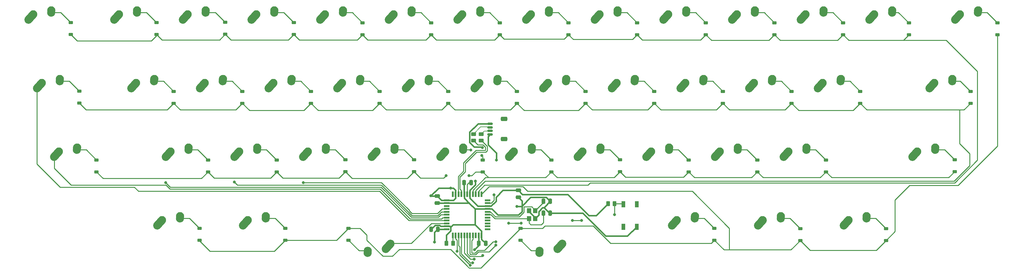
<source format=gbr>
%TF.GenerationSoftware,KiCad,Pcbnew,7.0.2*%
%TF.CreationDate,2023-06-06T03:33:47+01:00*%
%TF.ProjectId,45_keyboard,34355f6b-6579-4626-9f61-72642e6b6963,rev?*%
%TF.SameCoordinates,Original*%
%TF.FileFunction,Copper,L2,Bot*%
%TF.FilePolarity,Positive*%
%FSLAX46Y46*%
G04 Gerber Fmt 4.6, Leading zero omitted, Abs format (unit mm)*
G04 Created by KiCad (PCBNEW 7.0.2) date 2023-06-06 03:33:47*
%MOMM*%
%LPD*%
G01*
G04 APERTURE LIST*
G04 Aperture macros list*
%AMRoundRect*
0 Rectangle with rounded corners*
0 $1 Rounding radius*
0 $2 $3 $4 $5 $6 $7 $8 $9 X,Y pos of 4 corners*
0 Add a 4 corners polygon primitive as box body*
4,1,4,$2,$3,$4,$5,$6,$7,$8,$9,$2,$3,0*
0 Add four circle primitives for the rounded corners*
1,1,$1+$1,$2,$3*
1,1,$1+$1,$4,$5*
1,1,$1+$1,$6,$7*
1,1,$1+$1,$8,$9*
0 Add four rect primitives between the rounded corners*
20,1,$1+$1,$2,$3,$4,$5,0*
20,1,$1+$1,$4,$5,$6,$7,0*
20,1,$1+$1,$6,$7,$8,$9,0*
20,1,$1+$1,$8,$9,$2,$3,0*%
%AMHorizOval*
0 Thick line with rounded ends*
0 $1 width*
0 $2 $3 position (X,Y) of the first rounded end (center of the circle)*
0 $4 $5 position (X,Y) of the second rounded end (center of the circle)*
0 Add line between two ends*
20,1,$1,$2,$3,$4,$5,0*
0 Add two circle primitives to create the rounded ends*
1,1,$1,$2,$3*
1,1,$1,$4,$5*%
G04 Aperture macros list end*
%TA.AperFunction,ComponentPad*%
%ADD10HorizOval,2.250000X0.655001X0.730000X-0.655001X-0.730000X0*%
%TD*%
%TA.AperFunction,ComponentPad*%
%ADD11C,2.250000*%
%TD*%
%TA.AperFunction,ComponentPad*%
%ADD12HorizOval,2.250000X0.020000X0.290000X-0.020000X-0.290000X0*%
%TD*%
%TA.AperFunction,ComponentPad*%
%ADD13HorizOval,2.250000X-0.655001X-0.730000X0.655001X0.730000X0*%
%TD*%
%TA.AperFunction,ComponentPad*%
%ADD14HorizOval,2.250000X-0.020000X-0.290000X0.020000X0.290000X0*%
%TD*%
%TA.AperFunction,SMDPad,CuDef*%
%ADD15RoundRect,0.225000X0.375000X-0.225000X0.375000X0.225000X-0.375000X0.225000X-0.375000X-0.225000X0*%
%TD*%
%TA.AperFunction,SMDPad,CuDef*%
%ADD16RoundRect,0.250000X0.250000X0.475000X-0.250000X0.475000X-0.250000X-0.475000X0.250000X-0.475000X0*%
%TD*%
%TA.AperFunction,SMDPad,CuDef*%
%ADD17RoundRect,0.225000X-0.375000X0.225000X-0.375000X-0.225000X0.375000X-0.225000X0.375000X0.225000X0*%
%TD*%
%TA.AperFunction,SMDPad,CuDef*%
%ADD18RoundRect,0.250000X-0.475000X0.250000X-0.475000X-0.250000X0.475000X-0.250000X0.475000X0.250000X0*%
%TD*%
%TA.AperFunction,SMDPad,CuDef*%
%ADD19R,1.100000X1.800000*%
%TD*%
%TA.AperFunction,SMDPad,CuDef*%
%ADD20RoundRect,0.250000X-0.262500X-0.450000X0.262500X-0.450000X0.262500X0.450000X-0.262500X0.450000X0*%
%TD*%
%TA.AperFunction,SMDPad,CuDef*%
%ADD21RoundRect,0.250000X-0.450000X0.262500X-0.450000X-0.262500X0.450000X-0.262500X0.450000X0.262500X0*%
%TD*%
%TA.AperFunction,SMDPad,CuDef*%
%ADD22RoundRect,0.250000X-0.250000X-0.475000X0.250000X-0.475000X0.250000X0.475000X-0.250000X0.475000X0*%
%TD*%
%TA.AperFunction,SMDPad,CuDef*%
%ADD23RoundRect,0.250000X0.262500X0.450000X-0.262500X0.450000X-0.262500X-0.450000X0.262500X-0.450000X0*%
%TD*%
%TA.AperFunction,SMDPad,CuDef*%
%ADD24R,1.200000X1.400000*%
%TD*%
%TA.AperFunction,SMDPad,CuDef*%
%ADD25RoundRect,0.150000X-0.625000X0.150000X-0.625000X-0.150000X0.625000X-0.150000X0.625000X0.150000X0*%
%TD*%
%TA.AperFunction,SMDPad,CuDef*%
%ADD26RoundRect,0.250000X-0.650000X0.350000X-0.650000X-0.350000X0.650000X-0.350000X0.650000X0.350000X0*%
%TD*%
%TA.AperFunction,SMDPad,CuDef*%
%ADD27R,0.550000X1.500000*%
%TD*%
%TA.AperFunction,SMDPad,CuDef*%
%ADD28R,1.500000X0.550000*%
%TD*%
%TA.AperFunction,ViaPad*%
%ADD29C,0.800000*%
%TD*%
%TA.AperFunction,Conductor*%
%ADD30C,0.254000*%
%TD*%
%TA.AperFunction,Conductor*%
%ADD31C,0.381000*%
%TD*%
%TA.AperFunction,Conductor*%
%ADD32C,0.200000*%
%TD*%
G04 APERTURE END LIST*
D10*
%TO.P,MX14,1,COL*%
%TO.N,col12*%
X329393999Y-62332750D03*
D11*
X330048998Y-61602750D03*
D12*
%TO.P,MX14,2,ROW*%
%TO.N,Net-(D14-A)*%
X335068998Y-60812750D03*
D11*
X335088998Y-60522750D03*
%TD*%
D10*
%TO.P,MX12,1,COL*%
%TO.N,col11*%
X286531499Y-62332750D03*
D11*
X287186498Y-61602750D03*
D12*
%TO.P,MX12,2,ROW*%
%TO.N,Net-(D12-A)*%
X292206498Y-60812750D03*
D11*
X292226498Y-60522750D03*
%TD*%
D10*
%TO.P,MX4,1,COL*%
%TO.N,col3*%
X134131499Y-62332750D03*
D11*
X134786498Y-61602750D03*
D12*
%TO.P,MX4,2,ROW*%
%TO.N,Net-(D4-A)*%
X139806498Y-60812750D03*
D11*
X139826498Y-60522750D03*
%TD*%
D10*
%TO.P,MX44,1,COL*%
%TO.N,col9*%
X250812749Y-119482750D03*
D11*
X251467748Y-118752750D03*
D12*
%TO.P,MX44,2,ROW*%
%TO.N,Net-(D44-A)*%
X256487748Y-117962750D03*
D11*
X256507748Y-117672750D03*
%TD*%
D10*
%TO.P,MX5,1,COL*%
%TO.N,col4*%
X153181499Y-62332750D03*
D11*
X153836498Y-61602750D03*
D12*
%TO.P,MX5,2,ROW*%
%TO.N,Net-(D5-A)*%
X158856498Y-60812750D03*
D11*
X158876498Y-60522750D03*
%TD*%
D10*
%TO.P,MX17,1,COL*%
%TO.N,col2*%
X119843999Y-81382750D03*
D11*
X120498998Y-80652750D03*
D12*
%TO.P,MX17,2,ROW*%
%TO.N,Net-(D17-A)*%
X125518998Y-79862750D03*
D11*
X125538998Y-79572750D03*
%TD*%
D10*
%TO.P,MX10,1,COL*%
%TO.N,col9*%
X248431499Y-62332750D03*
D11*
X249086498Y-61602750D03*
D12*
%TO.P,MX10,2,ROW*%
%TO.N,Net-(D10-A)*%
X254106498Y-60812750D03*
D11*
X254126498Y-60522750D03*
%TD*%
D10*
%TO.P,MX7,1,COL*%
%TO.N,col6*%
X191281499Y-62332750D03*
D11*
X191936498Y-61602750D03*
D12*
%TO.P,MX7,2,ROW*%
%TO.N,Net-(D7-A)*%
X196956498Y-60812750D03*
D11*
X196976498Y-60522750D03*
%TD*%
D10*
%TO.P,MX34,1,COL*%
%TO.N,col7*%
X205568999Y-100432750D03*
D11*
X206223998Y-99702750D03*
D12*
%TO.P,MX34,2,ROW*%
%TO.N,Net-(D34-A)*%
X211243998Y-98912750D03*
D11*
X211263998Y-98622750D03*
%TD*%
D10*
%TO.P,MX45,1,COL*%
%TO.N,col10*%
X274625249Y-119482750D03*
D11*
X275280248Y-118752750D03*
D12*
%TO.P,MX45,2,ROW*%
%TO.N,Net-(D45-A)*%
X280300248Y-117962750D03*
D11*
X280320248Y-117672750D03*
%TD*%
D10*
%TO.P,MX28,1,COL*%
%TO.N,col1*%
X79362749Y-100432750D03*
D11*
X80017748Y-99702750D03*
D12*
%TO.P,MX28,2,ROW*%
%TO.N,Net-(D28-A)*%
X85037748Y-98912750D03*
D11*
X85057748Y-98622750D03*
%TD*%
D13*
%TO.P,MX43,1,COL*%
%TO.N,col8*%
X219022747Y-126022750D03*
D11*
X218367748Y-126752750D03*
D14*
%TO.P,MX43,2,ROW*%
%TO.N,Net-(D43-A)*%
X213347748Y-127542750D03*
D11*
X213327748Y-127832750D03*
%TD*%
D10*
%TO.P,MX16,1,COL*%
%TO.N,col1*%
X100793999Y-81382750D03*
D11*
X101448998Y-80652750D03*
D12*
%TO.P,MX16,2,ROW*%
%TO.N,Net-(D16-A)*%
X106468998Y-79862750D03*
D11*
X106488998Y-79572750D03*
%TD*%
D10*
%TO.P,MX2,1,COL*%
%TO.N,col1*%
X96031499Y-62332750D03*
D11*
X96686498Y-61602750D03*
D12*
%TO.P,MX2,2,ROW*%
%TO.N,Net-(D2-A)*%
X101706498Y-60812750D03*
D11*
X101726498Y-60522750D03*
%TD*%
D10*
%TO.P,MX23,1,COL*%
%TO.N,col8*%
X234143999Y-81382750D03*
D11*
X234798998Y-80652750D03*
D12*
%TO.P,MX23,2,ROW*%
%TO.N,Net-(D23-A)*%
X239818998Y-79862750D03*
D11*
X239838998Y-79572750D03*
%TD*%
D10*
%TO.P,MX38,1,COL*%
%TO.N,col11*%
X281768999Y-100432750D03*
D11*
X282423998Y-99702750D03*
D12*
%TO.P,MX38,2,ROW*%
%TO.N,Net-(D38-A)*%
X287443998Y-98912750D03*
D11*
X287463998Y-98622750D03*
%TD*%
D10*
%TO.P,MX22,1,COL*%
%TO.N,col7*%
X215093999Y-81382750D03*
D11*
X215748998Y-80652750D03*
D12*
%TO.P,MX22,2,ROW*%
%TO.N,Net-(D22-A)*%
X220768998Y-79862750D03*
D11*
X220788998Y-79572750D03*
%TD*%
D10*
%TO.P,MX31,1,COL*%
%TO.N,col4*%
X148418999Y-100432750D03*
D11*
X149073998Y-99702750D03*
D12*
%TO.P,MX31,2,ROW*%
%TO.N,Net-(D31-A)*%
X154093998Y-98912750D03*
D11*
X154113998Y-98622750D03*
%TD*%
D10*
%TO.P,MX35,1,COL*%
%TO.N,col8*%
X224618999Y-100432750D03*
D11*
X225273998Y-99702750D03*
D12*
%TO.P,MX35,2,ROW*%
%TO.N,Net-(D35-A)*%
X230293998Y-98912750D03*
D11*
X230313998Y-98622750D03*
%TD*%
D10*
%TO.P,MX15,1,COL*%
%TO.N,col0*%
X74600249Y-81382750D03*
D11*
X75255248Y-80652750D03*
D12*
%TO.P,MX15,2,ROW*%
%TO.N,Net-(D15-A)*%
X80275248Y-79862750D03*
D11*
X80295248Y-79572750D03*
%TD*%
D10*
%TO.P,MX20,1,COL*%
%TO.N,col5*%
X176993999Y-81382750D03*
D11*
X177648998Y-80652750D03*
D12*
%TO.P,MX20,2,ROW*%
%TO.N,Net-(D20-A)*%
X182668998Y-79862750D03*
D11*
X182688998Y-79572750D03*
%TD*%
D10*
%TO.P,MX46,1,COL*%
%TO.N,col11*%
X298437749Y-119482750D03*
D11*
X299092748Y-118752750D03*
D12*
%TO.P,MX46,2,ROW*%
%TO.N,Net-(D46-A)*%
X304112748Y-117962750D03*
D11*
X304132748Y-117672750D03*
%TD*%
D10*
%TO.P,MX21,1,COL*%
%TO.N,col6*%
X196043999Y-81382750D03*
D11*
X196698998Y-80652750D03*
D12*
%TO.P,MX21,2,ROW*%
%TO.N,Net-(D21-A)*%
X201718998Y-79862750D03*
D11*
X201738998Y-79572750D03*
%TD*%
D10*
%TO.P,MX6,1,COL*%
%TO.N,col5*%
X172231499Y-62332750D03*
D11*
X172886498Y-61602750D03*
D12*
%TO.P,MX6,2,ROW*%
%TO.N,Net-(D6-A)*%
X177906498Y-60812750D03*
D11*
X177926498Y-60522750D03*
%TD*%
D10*
%TO.P,MX18,1,COL*%
%TO.N,col3*%
X138893999Y-81382750D03*
D11*
X139548998Y-80652750D03*
D12*
%TO.P,MX18,2,ROW*%
%TO.N,Net-(D18-A)*%
X144568998Y-79862750D03*
D11*
X144588998Y-79572750D03*
%TD*%
D10*
%TO.P,MX29,1,COL*%
%TO.N,col2*%
X110318999Y-100432750D03*
D11*
X110973998Y-99702750D03*
D12*
%TO.P,MX29,2,ROW*%
%TO.N,Net-(D29-A)*%
X115993998Y-98912750D03*
D11*
X116013998Y-98622750D03*
%TD*%
D10*
%TO.P,MX32,1,COL*%
%TO.N,col5*%
X167468999Y-100432750D03*
D11*
X168123998Y-99702750D03*
D12*
%TO.P,MX32,2,ROW*%
%TO.N,Net-(D32-A)*%
X173143998Y-98912750D03*
D11*
X173163998Y-98622750D03*
%TD*%
D13*
%TO.P,MX42,1,COL*%
%TO.N,col5*%
X171397747Y-126022750D03*
D11*
X170742748Y-126752750D03*
D14*
%TO.P,MX42,2,ROW*%
%TO.N,Net-(D42-A)*%
X165722748Y-127542750D03*
D11*
X165702748Y-127832750D03*
%TD*%
D10*
%TO.P,MX27,1,COL*%
%TO.N,col12*%
X322250249Y-81382750D03*
D11*
X322905248Y-80652750D03*
D12*
%TO.P,MX27,2,ROW*%
%TO.N,Net-(D27-A)*%
X327925248Y-79862750D03*
D11*
X327945248Y-79572750D03*
%TD*%
D10*
%TO.P,MX25,1,COL*%
%TO.N,col10*%
X272243999Y-81382750D03*
D11*
X272898998Y-80652750D03*
D12*
%TO.P,MX25,2,ROW*%
%TO.N,Net-(D25-A)*%
X277918998Y-79862750D03*
D11*
X277938998Y-79572750D03*
%TD*%
D10*
%TO.P,MX41,1,COL*%
%TO.N,col3*%
X131750249Y-119482750D03*
D11*
X132405248Y-118752750D03*
D12*
%TO.P,MX41,2,ROW*%
%TO.N,Net-(D41-A)*%
X137425248Y-117962750D03*
D11*
X137445248Y-117672750D03*
%TD*%
D10*
%TO.P,MX19,1,COL*%
%TO.N,col4*%
X157943999Y-81382750D03*
D11*
X158598998Y-80652750D03*
D12*
%TO.P,MX19,2,ROW*%
%TO.N,Net-(D19-A)*%
X163618998Y-79862750D03*
D11*
X163638998Y-79572750D03*
%TD*%
D10*
%TO.P,MX40,1,COL*%
%TO.N,col2*%
X107937749Y-119482750D03*
D11*
X108592748Y-118752750D03*
D12*
%TO.P,MX40,2,ROW*%
%TO.N,Net-(D40-A)*%
X113612748Y-117962750D03*
D11*
X113632748Y-117672750D03*
%TD*%
D10*
%TO.P,MX9,1,COL*%
%TO.N,col8*%
X229381499Y-62332750D03*
D11*
X230036498Y-61602750D03*
D12*
%TO.P,MX9,2,ROW*%
%TO.N,Net-(D9-A)*%
X235056498Y-60812750D03*
D11*
X235076498Y-60522750D03*
%TD*%
D10*
%TO.P,MX24,1,COL*%
%TO.N,col9*%
X253193999Y-81382750D03*
D11*
X253848998Y-80652750D03*
D12*
%TO.P,MX24,2,ROW*%
%TO.N,Net-(D24-A)*%
X258868998Y-79862750D03*
D11*
X258888998Y-79572750D03*
%TD*%
D10*
%TO.P,MX33,1,COL*%
%TO.N,col6*%
X186518999Y-100432750D03*
D11*
X187173998Y-99702750D03*
D12*
%TO.P,MX33,2,ROW*%
%TO.N,Net-(D33-A)*%
X192193998Y-98912750D03*
D11*
X192213998Y-98622750D03*
%TD*%
D10*
%TO.P,MX13,1,COL*%
%TO.N,col12*%
X305581499Y-62332750D03*
D11*
X306236498Y-61602750D03*
D12*
%TO.P,MX13,2,ROW*%
%TO.N,Net-(D13-A)*%
X311256498Y-60812750D03*
D11*
X311276498Y-60522750D03*
%TD*%
D10*
%TO.P,MX30,1,COL*%
%TO.N,col3*%
X129368999Y-100432750D03*
D11*
X130023998Y-99702750D03*
D12*
%TO.P,MX30,2,ROW*%
%TO.N,Net-(D30-A)*%
X135043998Y-98912750D03*
D11*
X135063998Y-98622750D03*
%TD*%
D10*
%TO.P,MX1,1,COL*%
%TO.N,col0*%
X72218999Y-62332750D03*
D11*
X72873998Y-61602750D03*
D12*
%TO.P,MX1,2,ROW*%
%TO.N,Net-(D1-A)*%
X77893998Y-60812750D03*
D11*
X77913998Y-60522750D03*
%TD*%
D10*
%TO.P,MX3,1,COL*%
%TO.N,col2*%
X115081499Y-62332750D03*
D11*
X115736498Y-61602750D03*
D12*
%TO.P,MX3,2,ROW*%
%TO.N,Net-(D3-A)*%
X120756498Y-60812750D03*
D11*
X120776498Y-60522750D03*
%TD*%
D10*
%TO.P,MX37,1,COL*%
%TO.N,col10*%
X262718999Y-100432750D03*
D11*
X263373998Y-99702750D03*
D12*
%TO.P,MX37,2,ROW*%
%TO.N,Net-(D37-A)*%
X268393998Y-98912750D03*
D11*
X268413998Y-98622750D03*
%TD*%
D10*
%TO.P,MX26,1,COL*%
%TO.N,col11*%
X291293999Y-81382750D03*
D11*
X291948998Y-80652750D03*
D12*
%TO.P,MX26,2,ROW*%
%TO.N,Net-(D26-A)*%
X296968998Y-79862750D03*
D11*
X296988998Y-79572750D03*
%TD*%
D10*
%TO.P,MX8,1,COL*%
%TO.N,col7*%
X210331499Y-62332750D03*
D11*
X210986498Y-61602750D03*
D12*
%TO.P,MX8,2,ROW*%
%TO.N,Net-(D8-A)*%
X216006498Y-60812750D03*
D11*
X216026498Y-60522750D03*
%TD*%
D10*
%TO.P,MX11,1,COL*%
%TO.N,col10*%
X267481499Y-62332750D03*
D11*
X268136498Y-61602750D03*
D12*
%TO.P,MX11,2,ROW*%
%TO.N,Net-(D11-A)*%
X273156498Y-60812750D03*
D11*
X273176498Y-60522750D03*
%TD*%
D10*
%TO.P,MX39,1,COL*%
%TO.N,col12*%
X317487749Y-100432750D03*
D11*
X318142748Y-99702750D03*
D12*
%TO.P,MX39,2,ROW*%
%TO.N,Net-(D39-A)*%
X323162748Y-98912750D03*
D11*
X323182748Y-98622750D03*
%TD*%
D10*
%TO.P,MX36,1,COL*%
%TO.N,col9*%
X243668999Y-100432750D03*
D11*
X244323998Y-99702750D03*
D12*
%TO.P,MX36,2,ROW*%
%TO.N,Net-(D36-A)*%
X249343998Y-98912750D03*
D11*
X249363998Y-98622750D03*
%TD*%
D15*
%TO.P,D3,1,K*%
%TO.N,row0*%
X126173998Y-67127750D03*
%TO.P,D3,2,A*%
%TO.N,Net-(D3-A)*%
X126173998Y-63827750D03*
%TD*%
%TO.P,D5,1,K*%
%TO.N,row0*%
X164273998Y-67252750D03*
%TO.P,D5,2,A*%
%TO.N,Net-(D5-A)*%
X164273998Y-63952750D03*
%TD*%
%TO.P,D1,1,K*%
%TO.N,row0*%
X83311498Y-67190250D03*
%TO.P,D1,2,A*%
%TO.N,Net-(D1-A)*%
X83311498Y-63890250D03*
%TD*%
%TO.P,D30,1,K*%
%TO.N,row2*%
X140461498Y-105352750D03*
%TO.P,D30,2,A*%
%TO.N,Net-(D30-A)*%
X140461498Y-102052750D03*
%TD*%
%TO.P,D29,1,K*%
%TO.N,row2*%
X121411498Y-105352750D03*
%TO.P,D29,2,A*%
%TO.N,Net-(D29-A)*%
X121411498Y-102052750D03*
%TD*%
%TO.P,D28,1,K*%
%TO.N,row2*%
X90455248Y-105352750D03*
%TO.P,D28,2,A*%
%TO.N,Net-(D28-A)*%
X90455248Y-102052750D03*
%TD*%
%TO.P,D36,1,K*%
%TO.N,row2*%
X254761498Y-105352750D03*
%TO.P,D36,2,A*%
%TO.N,Net-(D36-A)*%
X254761498Y-102052750D03*
%TD*%
%TO.P,D14,1,K*%
%TO.N,row3*%
X340486498Y-67315250D03*
%TO.P,D14,2,A*%
%TO.N,Net-(D14-A)*%
X340486498Y-64015250D03*
%TD*%
%TO.P,D13,1,K*%
%TO.N,row0*%
X315880248Y-67315250D03*
%TO.P,D13,2,A*%
%TO.N,Net-(D13-A)*%
X315880248Y-64015250D03*
%TD*%
%TO.P,D25,1,K*%
%TO.N,row1*%
X283336498Y-86302750D03*
%TO.P,D25,2,A*%
%TO.N,Net-(D25-A)*%
X283336498Y-83002750D03*
%TD*%
%TO.P,D4,1,K*%
%TO.N,row0*%
X145223998Y-67190250D03*
%TO.P,D4,2,A*%
%TO.N,Net-(D4-A)*%
X145223998Y-63890250D03*
%TD*%
%TO.P,D18,1,K*%
%TO.N,row1*%
X149986498Y-86302750D03*
%TO.P,D18,2,A*%
%TO.N,Net-(D18-A)*%
X149986498Y-83002750D03*
%TD*%
D16*
%TO.P,C6,1*%
%TO.N,GND*%
X216342000Y-116840000D03*
%TO.P,C6,2*%
%TO.N,Net-(U1-XTAL1)*%
X214442000Y-116840000D03*
%TD*%
D15*
%TO.P,D38,1,K*%
%TO.N,row2*%
X292861498Y-105352750D03*
%TO.P,D38,2,A*%
%TO.N,Net-(D38-A)*%
X292861498Y-102052750D03*
%TD*%
%TO.P,D45,1,K*%
%TO.N,row3*%
X285717748Y-124402750D03*
%TO.P,D45,2,A*%
%TO.N,Net-(D45-A)*%
X285717748Y-121102750D03*
%TD*%
D17*
%TO.P,D43,1,K*%
%TO.N,row3*%
X208153000Y-121033000D03*
%TO.P,D43,2,A*%
%TO.N,Net-(D43-A)*%
X208153000Y-124333000D03*
%TD*%
D15*
%TO.P,D35,1,K*%
%TO.N,row2*%
X235711498Y-105290250D03*
%TO.P,D35,2,A*%
%TO.N,Net-(D35-A)*%
X235711498Y-101990250D03*
%TD*%
%TO.P,D46,1,K*%
%TO.N,row3*%
X309530248Y-124402750D03*
%TO.P,D46,2,A*%
%TO.N,Net-(D46-A)*%
X309530248Y-121102750D03*
%TD*%
%TO.P,D21,1,K*%
%TO.N,row1*%
X207136498Y-86302750D03*
%TO.P,D21,2,A*%
%TO.N,Net-(D21-A)*%
X207136498Y-83002750D03*
%TD*%
%TO.P,D15,1,K*%
%TO.N,row1*%
X85692748Y-86240250D03*
%TO.P,D15,2,A*%
%TO.N,Net-(D15-A)*%
X85692748Y-82940250D03*
%TD*%
D18*
%TO.P,C3,1*%
%TO.N,+5V*%
X185039000Y-112080000D03*
%TO.P,C3,2*%
%TO.N,GND*%
X185039000Y-113980000D03*
%TD*%
D15*
%TO.P,D41,1,K*%
%TO.N,row3*%
X142842748Y-124340250D03*
%TO.P,D41,2,A*%
%TO.N,Net-(D41-A)*%
X142842748Y-121040250D03*
%TD*%
%TO.P,D39,1,K*%
%TO.N,row2*%
X328580248Y-105290250D03*
%TO.P,D39,2,A*%
%TO.N,Net-(D39-A)*%
X328580248Y-101990250D03*
%TD*%
%TO.P,D2,1,K*%
%TO.N,row0*%
X107123998Y-67190250D03*
%TO.P,D2,2,A*%
%TO.N,Net-(D2-A)*%
X107123998Y-63890250D03*
%TD*%
%TO.P,D9,1,K*%
%TO.N,row0*%
X240473998Y-67252750D03*
%TO.P,D9,2,A*%
%TO.N,Net-(D9-A)*%
X240473998Y-63952750D03*
%TD*%
%TO.P,D19,1,K*%
%TO.N,row1*%
X169036498Y-86302750D03*
%TO.P,D19,2,A*%
%TO.N,Net-(D19-A)*%
X169036498Y-83002750D03*
%TD*%
%TO.P,D11,1,K*%
%TO.N,row0*%
X278573998Y-67252750D03*
%TO.P,D11,2,A*%
%TO.N,Net-(D11-A)*%
X278573998Y-63952750D03*
%TD*%
%TO.P,D12,1,K*%
%TO.N,row0*%
X297623998Y-67252750D03*
%TO.P,D12,2,A*%
%TO.N,Net-(D12-A)*%
X297623998Y-63952750D03*
%TD*%
%TO.P,D27,1,K*%
%TO.N,row1*%
X332994000Y-86296500D03*
%TO.P,D27,2,A*%
%TO.N,Net-(D27-A)*%
X332994000Y-82996500D03*
%TD*%
%TO.P,D16,1,K*%
%TO.N,row1*%
X111886498Y-86302750D03*
%TO.P,D16,2,A*%
%TO.N,Net-(D16-A)*%
X111886498Y-83002750D03*
%TD*%
%TO.P,D33,1,K*%
%TO.N,row2*%
X197611498Y-105352750D03*
%TO.P,D33,2,A*%
%TO.N,Net-(D33-A)*%
X197611498Y-102052750D03*
%TD*%
%TO.P,D22,1,K*%
%TO.N,row1*%
X226186498Y-86302750D03*
%TO.P,D22,2,A*%
%TO.N,Net-(D22-A)*%
X226186498Y-83002750D03*
%TD*%
%TO.P,D8,1,K*%
%TO.N,row0*%
X221423998Y-67252750D03*
%TO.P,D8,2,A*%
%TO.N,Net-(D8-A)*%
X221423998Y-63952750D03*
%TD*%
%TO.P,D37,1,K*%
%TO.N,row2*%
X273811498Y-105352750D03*
%TO.P,D37,2,A*%
%TO.N,Net-(D37-A)*%
X273811498Y-102052750D03*
%TD*%
%TO.P,D44,1,K*%
%TO.N,row3*%
X261905248Y-124340250D03*
%TO.P,D44,2,A*%
%TO.N,Net-(D44-A)*%
X261905248Y-121040250D03*
%TD*%
%TO.P,D24,1,K*%
%TO.N,row1*%
X264286498Y-86302750D03*
%TO.P,D24,2,A*%
%TO.N,Net-(D24-A)*%
X264286498Y-83002750D03*
%TD*%
D19*
%TO.P,SW1,1,1*%
%TO.N,GND*%
X240356000Y-120575000D03*
%TO.P,SW1,2,2*%
%TO.N,Net-(U1-~{RESET})*%
X236656000Y-114375000D03*
%TO.P,SW1,3*%
%TO.N,N/C*%
X236656000Y-120575000D03*
%TO.P,SW1,4*%
X240356000Y-114375000D03*
%TD*%
D16*
%TO.P,C7,1*%
%TO.N,GND*%
X216342000Y-113538000D03*
%TO.P,C7,2*%
%TO.N,Net-(U1-XTAL2)*%
X214442000Y-113538000D03*
%TD*%
D15*
%TO.P,D20,1,K*%
%TO.N,row1*%
X188086498Y-86302750D03*
%TO.P,D20,2,A*%
%TO.N,Net-(D20-A)*%
X188086498Y-83002750D03*
%TD*%
D16*
%TO.P,C1,1*%
%TO.N,Net-(U1-UCAP)*%
X194371000Y-108331000D03*
%TO.P,C1,2*%
%TO.N,GND*%
X192471000Y-108331000D03*
%TD*%
D20*
%TO.P,R4,1*%
%TO.N,+5V*%
X232386500Y-114173000D03*
%TO.P,R4,2*%
%TO.N,Net-(U1-~{RESET})*%
X234211500Y-114173000D03*
%TD*%
D21*
%TO.P,R3,1*%
%TO.N,D-*%
X195072000Y-94845500D03*
%TO.P,R3,2*%
%TO.N,Net-(U1-D-)*%
X195072000Y-96670500D03*
%TD*%
D15*
%TO.P,D23,1,K*%
%TO.N,row1*%
X245236498Y-86302750D03*
%TO.P,D23,2,A*%
%TO.N,Net-(D23-A)*%
X245236498Y-83002750D03*
%TD*%
D22*
%TO.P,C4,1*%
%TO.N,+5V*%
X196535000Y-125222000D03*
%TO.P,C4,2*%
%TO.N,GND*%
X198435000Y-125222000D03*
%TD*%
D15*
%TO.P,D7,1,K*%
%TO.N,row0*%
X202373998Y-67252750D03*
%TO.P,D7,2,A*%
%TO.N,Net-(D7-A)*%
X202373998Y-63952750D03*
%TD*%
D23*
%TO.P,R1,1*%
%TO.N,Net-(U1-~{HWB}{slash}PE2)*%
X189380500Y-125222000D03*
%TO.P,R1,2*%
%TO.N,GND*%
X187555500Y-125222000D03*
%TD*%
D18*
%TO.P,C2,1*%
%TO.N,+5V*%
X207518000Y-110495000D03*
%TO.P,C2,2*%
%TO.N,GND*%
X207518000Y-112395000D03*
%TD*%
D15*
%TO.P,D31,1,K*%
%TO.N,row2*%
X159511498Y-105290250D03*
%TO.P,D31,2,A*%
%TO.N,Net-(D31-A)*%
X159511498Y-101990250D03*
%TD*%
%TO.P,D10,1,K*%
%TO.N,row0*%
X259523998Y-67252750D03*
%TO.P,D10,2,A*%
%TO.N,Net-(D10-A)*%
X259523998Y-63952750D03*
%TD*%
%TO.P,D32,1,K*%
%TO.N,row2*%
X178561498Y-105290250D03*
%TO.P,D32,2,A*%
%TO.N,Net-(D32-A)*%
X178561498Y-101990250D03*
%TD*%
D21*
%TO.P,R2,1*%
%TO.N,D+*%
X197231000Y-94869000D03*
%TO.P,R2,2*%
%TO.N,Net-(U1-D+)*%
X197231000Y-96694000D03*
%TD*%
D15*
%TO.P,D6,1,K*%
%TO.N,row0*%
X183323998Y-67252750D03*
%TO.P,D6,2,A*%
%TO.N,Net-(D6-A)*%
X183323998Y-63952750D03*
%TD*%
%TO.P,D17,1,K*%
%TO.N,row1*%
X130936498Y-86302750D03*
%TO.P,D17,2,A*%
%TO.N,Net-(D17-A)*%
X130936498Y-83002750D03*
%TD*%
D17*
%TO.P,D42,1,K*%
%TO.N,row3*%
X160401000Y-121033000D03*
%TO.P,D42,2,A*%
%TO.N,Net-(D42-A)*%
X160401000Y-124333000D03*
%TD*%
D15*
%TO.P,D34,1,K*%
%TO.N,row2*%
X216661498Y-105352750D03*
%TO.P,D34,2,A*%
%TO.N,Net-(D34-A)*%
X216661498Y-102052750D03*
%TD*%
%TO.P,D26,1,K*%
%TO.N,row1*%
X302386498Y-86302750D03*
%TO.P,D26,2,A*%
%TO.N,Net-(D26-A)*%
X302386498Y-83002750D03*
%TD*%
D16*
%TO.P,C5,1*%
%TO.N,+5V*%
X185166000Y-121285000D03*
%TO.P,C5,2*%
%TO.N,GND*%
X183266000Y-121285000D03*
%TD*%
D24*
%TO.P,Y1,1,1*%
%TO.N,Net-(U1-XTAL1)*%
X210478000Y-118321000D03*
%TO.P,Y1,2,2*%
%TO.N,GND*%
X210478000Y-116121000D03*
%TO.P,Y1,3,3*%
%TO.N,Net-(U1-XTAL2)*%
X212178000Y-116121000D03*
%TO.P,Y1,4,4*%
%TO.N,GND*%
X212178000Y-118321000D03*
%TD*%
D25*
%TO.P,J1,1,Pin_1*%
%TO.N,+5V*%
X199676000Y-91972000D03*
%TO.P,J1,2,Pin_2*%
%TO.N,D-*%
X199676000Y-92972000D03*
%TO.P,J1,3,Pin_3*%
%TO.N,D+*%
X199676000Y-93972000D03*
%TO.P,J1,4,Pin_4*%
%TO.N,GND*%
X199676000Y-94972000D03*
D26*
%TO.P,J1,MP*%
%TO.N,N/C*%
X203551000Y-90672000D03*
X203551000Y-96272000D03*
%TD*%
D27*
%TO.P,U1,1,PE6*%
%TO.N,unconnected-(U1-PE6-Pad1)*%
X189294000Y-111552750D03*
%TO.P,U1,2,UVCC*%
%TO.N,+5V*%
X190094000Y-111552750D03*
%TO.P,U1,3,D-*%
%TO.N,Net-(U1-D-)*%
X190894000Y-111552750D03*
%TO.P,U1,4,D+*%
%TO.N,Net-(U1-D+)*%
X191694000Y-111552750D03*
%TO.P,U1,5,UGND*%
%TO.N,GND*%
X192494000Y-111552750D03*
%TO.P,U1,6,UCAP*%
%TO.N,Net-(U1-UCAP)*%
X193294000Y-111552750D03*
%TO.P,U1,7,VBUS*%
%TO.N,+5V*%
X194094000Y-111552750D03*
%TO.P,U1,8,PB0*%
%TO.N,row2*%
X194894000Y-111552750D03*
%TO.P,U1,9,PB1*%
%TO.N,row1*%
X195694000Y-111552750D03*
%TO.P,U1,10,PB2*%
%TO.N,row0*%
X196494000Y-111552750D03*
%TO.P,U1,11,PB3*%
%TO.N,row3*%
X197294000Y-111552750D03*
D28*
%TO.P,U1,12,PB7*%
%TO.N,unconnected-(U1-PB7-Pad12)*%
X198994000Y-113252750D03*
%TO.P,U1,13,~{RESET}*%
%TO.N,Net-(U1-~{RESET})*%
X198994000Y-114052750D03*
%TO.P,U1,14,VCC*%
%TO.N,+5V*%
X198994000Y-114852750D03*
%TO.P,U1,15,GND*%
%TO.N,GND*%
X198994000Y-115652750D03*
%TO.P,U1,16,XTAL2*%
%TO.N,Net-(U1-XTAL2)*%
X198994000Y-116452750D03*
%TO.P,U1,17,XTAL1*%
%TO.N,Net-(U1-XTAL1)*%
X198994000Y-117252750D03*
%TO.P,U1,18,PD0*%
%TO.N,unconnected-(U1-PD0-Pad18)*%
X198994000Y-118052750D03*
%TO.P,U1,19,PD1*%
%TO.N,unconnected-(U1-PD1-Pad19)*%
X198994000Y-118852750D03*
%TO.P,U1,20,PD2*%
%TO.N,unconnected-(U1-PD2-Pad20)*%
X198994000Y-119652750D03*
%TO.P,U1,21,PD3*%
%TO.N,unconnected-(U1-PD3-Pad21)*%
X198994000Y-120452750D03*
%TO.P,U1,22,PD5*%
%TO.N,unconnected-(U1-PD5-Pad22)*%
X198994000Y-121252750D03*
D27*
%TO.P,U1,23,GND*%
%TO.N,GND*%
X197294000Y-122952750D03*
%TO.P,U1,24,AVCC*%
%TO.N,+5V*%
X196494000Y-122952750D03*
%TO.P,U1,25,PD4*%
%TO.N,unconnected-(U1-PD4-Pad25)*%
X195694000Y-122952750D03*
%TO.P,U1,26,PD6*%
%TO.N,col7*%
X194894000Y-122952750D03*
%TO.P,U1,27,PD7*%
%TO.N,col8*%
X194094000Y-122952750D03*
%TO.P,U1,28,PB4*%
%TO.N,col9*%
X193294000Y-122952750D03*
%TO.P,U1,29,PB5*%
%TO.N,col10*%
X192494000Y-122952750D03*
%TO.P,U1,30,PB6*%
%TO.N,col11*%
X191694000Y-122952750D03*
%TO.P,U1,31,PC6*%
%TO.N,col12*%
X190894000Y-122952750D03*
%TO.P,U1,32,PC7*%
%TO.N,col6*%
X190094000Y-122952750D03*
%TO.P,U1,33,~{HWB}/PE2*%
%TO.N,Net-(U1-~{HWB}{slash}PE2)*%
X189294000Y-122952750D03*
D28*
%TO.P,U1,34,VCC*%
%TO.N,+5V*%
X187594000Y-121252750D03*
%TO.P,U1,35,GND*%
%TO.N,GND*%
X187594000Y-120452750D03*
%TO.P,U1,36,PF7*%
%TO.N,col5*%
X187594000Y-119652750D03*
%TO.P,U1,37,PF6*%
%TO.N,col0*%
X187594000Y-118852750D03*
%TO.P,U1,38,PF5*%
%TO.N,col1*%
X187594000Y-118052750D03*
%TO.P,U1,39,PF4*%
%TO.N,col2*%
X187594000Y-117252750D03*
%TO.P,U1,40,PF1*%
%TO.N,col3*%
X187594000Y-116452750D03*
%TO.P,U1,41,PF0*%
%TO.N,col4*%
X187594000Y-115652750D03*
%TO.P,U1,42,AREF*%
%TO.N,unconnected-(U1-AREF-Pad42)*%
X187594000Y-114852750D03*
%TO.P,U1,43,GND*%
%TO.N,GND*%
X187594000Y-114052750D03*
%TO.P,U1,44,AVCC*%
%TO.N,+5V*%
X187594000Y-113252750D03*
%TD*%
D15*
%TO.P,D40,1,K*%
%TO.N,row3*%
X119030248Y-124340250D03*
%TO.P,D40,2,A*%
%TO.N,Net-(D40-A)*%
X119030248Y-121040250D03*
%TD*%
D29*
%TO.N,GND*%
X201422000Y-102108000D03*
X207137000Y-114935000D03*
%TO.N,+5V*%
X197505546Y-98638026D03*
X184277000Y-124841000D03*
X195580000Y-107950000D03*
X188722000Y-109855000D03*
X195326000Y-127000000D03*
X183261000Y-112014000D03*
%TO.N,row2*%
X193802000Y-106426000D03*
X187452000Y-106426000D03*
%TO.N,Net-(D33-A)*%
X194310000Y-99314000D03*
X197358000Y-100838000D03*
%TO.N,col2*%
X109663998Y-108331000D03*
%TO.N,col3*%
X128713998Y-108204000D03*
%TO.N,col4*%
X147828000Y-108331000D03*
%TO.N,col6*%
X190500000Y-127381000D03*
%TO.N,col7*%
X201295000Y-124730497D03*
%TO.N,col8*%
X201295000Y-125730000D03*
%TO.N,col9*%
X197612000Y-128592494D03*
%TO.N,col10*%
X195251993Y-129591997D03*
%TO.N,col11*%
X194840774Y-130565945D03*
%TO.N,col12*%
X194182752Y-131318283D03*
%TO.N,Net-(U1-~{RESET})*%
X200787000Y-111760000D03*
X222504000Y-118872000D03*
X204851000Y-119634000D03*
X225044000Y-118872000D03*
X234188000Y-117221000D03*
X208280000Y-119634000D03*
%TD*%
D30*
%TO.N,Net-(U1-UCAP)*%
X193298000Y-111548750D02*
X193294000Y-111552750D01*
X193298000Y-108835000D02*
X193298000Y-111548750D01*
X193802000Y-108331000D02*
X193298000Y-108835000D01*
X194371000Y-108331000D02*
X193802000Y-108331000D01*
D31*
%TO.N,GND*%
X240356000Y-120575000D02*
X237741000Y-123190000D01*
X197294000Y-122952750D02*
X197294000Y-124081000D01*
X231775000Y-123190000D02*
X225425000Y-116840000D01*
X214249000Y-115316000D02*
X213168500Y-116396500D01*
X188734500Y-121706250D02*
X188734500Y-120662500D01*
X214249000Y-115316000D02*
X214691000Y-115316000D01*
X187555500Y-125222000D02*
X187555500Y-122885250D01*
X200125000Y-115652750D02*
X201810750Y-117338500D01*
X187521250Y-113980000D02*
X187594000Y-114052750D01*
X214787500Y-115412500D02*
X216342000Y-116967000D01*
X195463000Y-119990750D02*
X195463000Y-115652750D01*
X214787500Y-115412500D02*
X214787500Y-115092500D01*
X185681304Y-120169500D02*
X184381500Y-120169500D01*
X197294000Y-122952750D02*
X197294000Y-121821750D01*
X237741000Y-123190000D02*
X231775000Y-123190000D01*
X199136000Y-97820144D02*
X199136000Y-95512000D01*
X197294000Y-121821750D02*
X195463000Y-119990750D01*
X207557644Y-117338500D02*
X208524500Y-116371644D01*
X185964554Y-120452750D02*
X185681304Y-120169500D01*
X208524500Y-116371644D02*
X208524500Y-114847644D01*
X192494000Y-112683750D02*
X193892625Y-114082375D01*
X185039000Y-113980000D02*
X187521250Y-113980000D01*
X201422000Y-100106144D02*
X199136000Y-97820144D01*
X201422000Y-102108000D02*
X201422000Y-100106144D01*
X210478000Y-116121000D02*
X210478000Y-116380500D01*
X207137000Y-114935000D02*
X208437144Y-114935000D01*
X195463000Y-115652750D02*
X198994000Y-115652750D01*
X210478000Y-116380500D02*
X212178000Y-118080500D01*
X188734500Y-120662500D02*
X189406250Y-119990750D01*
X199136000Y-95512000D02*
X199676000Y-94972000D01*
X193863000Y-114052750D02*
X193892625Y-114082375D01*
X193892625Y-114082375D02*
X195463000Y-115652750D01*
X207518000Y-112395000D02*
X208524500Y-113401500D01*
X184381500Y-120169500D02*
X183266000Y-121285000D01*
X208437144Y-114935000D02*
X208524500Y-114847644D01*
X213168500Y-117330500D02*
X212178000Y-118321000D01*
X208524500Y-114847644D02*
X210949644Y-112422500D01*
X187594000Y-120452750D02*
X185964554Y-120452750D01*
X214787500Y-115092500D02*
X216342000Y-113538000D01*
X201810750Y-117338500D02*
X207557644Y-117338500D01*
X210949644Y-112422500D02*
X215226500Y-112422500D01*
X192471000Y-111529750D02*
X192494000Y-111552750D01*
X192471000Y-108331000D02*
X192471000Y-111529750D01*
X197294000Y-124081000D02*
X198435000Y-125222000D01*
X212178000Y-118080500D02*
X212178000Y-118321000D01*
X189406250Y-119990750D02*
X195463000Y-119990750D01*
X215226500Y-112422500D02*
X216342000Y-113538000D01*
X188524750Y-120452750D02*
X187594000Y-120452750D01*
X208524500Y-113401500D02*
X208524500Y-114847644D01*
X188734500Y-120662500D02*
X188524750Y-120452750D01*
X192494000Y-111552750D02*
X192494000Y-112683750D01*
X198994000Y-115652750D02*
X200125000Y-115652750D01*
X225425000Y-116840000D02*
X216342000Y-116840000D01*
X187555500Y-122885250D02*
X188734500Y-121706250D01*
X214691000Y-115316000D02*
X214787500Y-115412500D01*
X213168500Y-116396500D02*
X213168500Y-117330500D01*
X187594000Y-114052750D02*
X193863000Y-114052750D01*
%TO.N,+5V*%
X194094000Y-112683750D02*
X194094000Y-111552750D01*
X190094000Y-111552750D02*
X190094000Y-112683750D01*
X203195000Y-110495000D02*
X207518000Y-110495000D01*
X190094000Y-110421750D02*
X189527250Y-109855000D01*
X190094000Y-111552750D02*
X190094000Y-110421750D01*
X201304500Y-113478106D02*
X201304500Y-112385500D01*
X196263000Y-114852750D02*
X194094000Y-112683750D01*
X197505546Y-98638026D02*
X197304474Y-98436954D01*
X195580000Y-108935750D02*
X194094000Y-110421750D01*
X195220150Y-98436954D02*
X193981500Y-97198304D01*
X187594000Y-113252750D02*
X186211750Y-113252750D01*
X185166000Y-121285000D02*
X187561750Y-121285000D01*
X197304474Y-98436954D02*
X195220150Y-98436954D01*
X196327196Y-91972000D02*
X199676000Y-91972000D01*
X196494000Y-125181000D02*
X196535000Y-125222000D01*
X196140223Y-92158973D02*
X196327196Y-91972000D01*
X227076000Y-117475000D02*
X221234000Y-111633000D01*
X186211750Y-113252750D02*
X185039000Y-112080000D01*
X208656000Y-111633000D02*
X207518000Y-110495000D01*
X232386500Y-114173000D02*
X229084500Y-117475000D01*
X194094000Y-110421750D02*
X194094000Y-111552750D01*
X184277000Y-122174000D02*
X184277000Y-124841000D01*
X185039000Y-112080000D02*
X183327000Y-112080000D01*
X183327000Y-112080000D02*
X183261000Y-112014000D01*
X189527250Y-109855000D02*
X188722000Y-109855000D01*
X229084500Y-117475000D02*
X227076000Y-117475000D01*
X198994000Y-114852750D02*
X196263000Y-114852750D01*
X189525000Y-113252750D02*
X187594000Y-113252750D01*
X185420000Y-109855000D02*
X188722000Y-109855000D01*
X196535000Y-125791000D02*
X195326000Y-127000000D01*
X195580000Y-107950000D02*
X195580000Y-108935750D01*
X221234000Y-111633000D02*
X208656000Y-111633000D01*
X187561750Y-121285000D02*
X187594000Y-121252750D01*
X185166000Y-121285000D02*
X184277000Y-122174000D01*
X198994000Y-114852750D02*
X199929856Y-114852750D01*
X196494000Y-122952750D02*
X196494000Y-125181000D01*
X199929856Y-114852750D02*
X201304500Y-113478106D01*
X201304500Y-112385500D02*
X203195000Y-110495000D01*
X183261000Y-112014000D02*
X185420000Y-109855000D01*
X190094000Y-112683750D02*
X189525000Y-113252750D01*
X196535000Y-125222000D02*
X196535000Y-125791000D01*
X193981500Y-94317696D02*
X196140223Y-92158973D01*
X193981500Y-97198304D02*
X193981500Y-94317696D01*
D30*
%TO.N,Net-(U1-XTAL1)*%
X198994000Y-117252750D02*
X199929750Y-117252750D01*
X210947000Y-120015000D02*
X210478000Y-119546000D01*
X214442000Y-119441000D02*
X213868000Y-120015000D01*
X200998000Y-118321000D02*
X210478000Y-118321000D01*
X210478000Y-119546000D02*
X210478000Y-118321000D01*
X199929750Y-117252750D02*
X200998000Y-118321000D01*
X214442000Y-116840000D02*
X214442000Y-119441000D01*
X213868000Y-120015000D02*
X210947000Y-120015000D01*
%TO.N,Net-(U1-XTAL2)*%
X214442000Y-113857000D02*
X212178000Y-116121000D01*
X211219000Y-115062000D02*
X212178000Y-116021000D01*
X199771802Y-116452750D02*
X201175052Y-117856000D01*
X209042000Y-116586000D02*
X209042000Y-115062000D01*
X212178000Y-116021000D02*
X212178000Y-116121000D01*
X201175052Y-117856000D02*
X207772000Y-117856000D01*
X198994000Y-116452750D02*
X199771802Y-116452750D01*
X214442000Y-113538000D02*
X214442000Y-113857000D01*
X207772000Y-117856000D02*
X209042000Y-116586000D01*
X209042000Y-115062000D02*
X211219000Y-115062000D01*
%TO.N,row0*%
X334899000Y-77423578D02*
X326264171Y-68788749D01*
X165728248Y-68707000D02*
X181869748Y-68707000D01*
X126173998Y-67127750D02*
X127753248Y-68707000D01*
X226822000Y-109020000D02*
X227438000Y-108404000D01*
X164273998Y-67252750D02*
X165728248Y-68707000D01*
X108640748Y-68707000D02*
X124594748Y-68707000D01*
X202373998Y-67252750D02*
X203574248Y-68453000D01*
X83311498Y-67190250D02*
X85082248Y-68961000D01*
X105664000Y-68961000D02*
X107123998Y-67501002D01*
X222751248Y-68580000D02*
X239146748Y-68580000D01*
X127753248Y-68707000D02*
X143707248Y-68707000D01*
X162819748Y-68707000D02*
X164273998Y-67252750D01*
X198147750Y-109020000D02*
X226822000Y-109020000D01*
X107123998Y-67501002D02*
X107123998Y-67190250D01*
X278573998Y-67252750D02*
X280155248Y-68834000D01*
X143707248Y-68707000D02*
X145223998Y-67190250D01*
X221423998Y-67252750D02*
X222751248Y-68580000D01*
X85082248Y-68961000D02*
X105664000Y-68961000D01*
X196494000Y-110673750D02*
X198147750Y-109020000D01*
X299205248Y-68834000D02*
X314361498Y-68834000D01*
X124594748Y-68707000D02*
X126173998Y-67127750D01*
X183323998Y-67252750D02*
X184778248Y-68707000D01*
X181869748Y-68707000D02*
X183323998Y-67252750D01*
X240473998Y-67252750D02*
X241928248Y-68707000D01*
X297623998Y-67252750D02*
X299205248Y-68834000D01*
X227438000Y-108404000D02*
X328610053Y-108404000D01*
X296042748Y-68834000D02*
X297623998Y-67252750D01*
X196494000Y-111552750D02*
X196494000Y-110673750D01*
X314406749Y-68788749D02*
X315880248Y-67315250D01*
X258069748Y-68707000D02*
X259523998Y-67252750D01*
X200919748Y-68707000D02*
X202373998Y-67252750D01*
X328610053Y-108404000D02*
X334899000Y-102115052D01*
X220223748Y-68453000D02*
X221423998Y-67252750D01*
X107123998Y-67190250D02*
X108640748Y-68707000D01*
X314361498Y-68834000D02*
X314406749Y-68788749D01*
X239146748Y-68580000D02*
X240473998Y-67252750D01*
X145223998Y-67190250D02*
X146740748Y-68707000D01*
X261105248Y-68834000D02*
X276992748Y-68834000D01*
X184778248Y-68707000D02*
X200919748Y-68707000D01*
X146740748Y-68707000D02*
X162819748Y-68707000D01*
X241928248Y-68707000D02*
X258069748Y-68707000D01*
X203574248Y-68453000D02*
X220223748Y-68453000D01*
X276992748Y-68834000D02*
X278573998Y-67252750D01*
X259523998Y-67252750D02*
X261105248Y-68834000D01*
X334899000Y-102115052D02*
X334899000Y-77423578D01*
X326264171Y-68788749D02*
X314406749Y-68788749D01*
X280155248Y-68834000D02*
X296042748Y-68834000D01*
%TO.N,Net-(D1-A)*%
X77873998Y-61102750D02*
X80523998Y-61102750D01*
X80523998Y-61102750D02*
X83311498Y-63890250D01*
%TO.N,Net-(D2-A)*%
X104336498Y-61102750D02*
X107123998Y-63890250D01*
X101686498Y-61102750D02*
X104336498Y-61102750D01*
%TO.N,Net-(D3-A)*%
X123448998Y-61102750D02*
X126173998Y-63827750D01*
X120736498Y-61102750D02*
X123448998Y-61102750D01*
%TO.N,Net-(D4-A)*%
X139786498Y-61102750D02*
X142436498Y-61102750D01*
X142436498Y-61102750D02*
X145223998Y-63890250D01*
%TO.N,Net-(D5-A)*%
X161423998Y-61102750D02*
X164273998Y-63952750D01*
X158836498Y-61102750D02*
X161423998Y-61102750D01*
%TO.N,Net-(D6-A)*%
X180473998Y-61102750D02*
X183323998Y-63952750D01*
X177886498Y-61102750D02*
X180473998Y-61102750D01*
%TO.N,Net-(D7-A)*%
X196936498Y-61102750D02*
X199523998Y-61102750D01*
X199523998Y-61102750D02*
X202373998Y-63952750D01*
%TO.N,Net-(D8-A)*%
X218573998Y-61102750D02*
X221423998Y-63952750D01*
X215986498Y-61102750D02*
X218573998Y-61102750D01*
%TO.N,Net-(D9-A)*%
X235036498Y-61102750D02*
X237623998Y-61102750D01*
X237623998Y-61102750D02*
X240473998Y-63952750D01*
%TO.N,Net-(D10-A)*%
X256673998Y-61102750D02*
X259523998Y-63952750D01*
X254086498Y-61102750D02*
X256673998Y-61102750D01*
%TO.N,Net-(D11-A)*%
X275723998Y-61102750D02*
X278573998Y-63952750D01*
X273136498Y-61102750D02*
X275723998Y-61102750D01*
%TO.N,Net-(D12-A)*%
X292186498Y-61102750D02*
X294773998Y-61102750D01*
X294773998Y-61102750D02*
X297623998Y-63952750D01*
%TO.N,Net-(D13-A)*%
X311236498Y-61102750D02*
X312967748Y-61102750D01*
X312967748Y-61102750D02*
X315880248Y-64015250D01*
%TO.N,row3*%
X119030248Y-124340250D02*
X119030248Y-124491248D01*
X199372750Y-109474000D02*
X208788000Y-109474000D01*
X165481000Y-122936000D02*
X163578000Y-121033000D01*
X193421000Y-131572000D02*
X188722000Y-126873000D01*
X139801998Y-127381000D02*
X142842748Y-124340250D01*
X208788000Y-109474000D02*
X210058000Y-110744000D01*
X169926000Y-128778000D02*
X165481000Y-124333000D01*
X210058000Y-110744000D02*
X255778000Y-110744000D01*
X193421000Y-131584634D02*
X193421000Y-131572000D01*
X264564998Y-127000000D02*
X261905248Y-124340250D01*
X214234539Y-121033000D02*
X214885689Y-120381850D01*
X197294000Y-111552750D02*
X199372750Y-109474000D01*
X165481000Y-124333000D02*
X165481000Y-122936000D01*
X312039000Y-113157000D02*
X312039000Y-121893998D01*
X255778000Y-110744000D02*
X266065000Y-121031000D01*
X172593000Y-128778000D02*
X169926000Y-128778000D01*
X214885689Y-120381850D02*
X228234994Y-120381850D01*
X174498000Y-126873000D02*
X172593000Y-128778000D01*
X197140500Y-132045500D02*
X193881866Y-132045500D01*
X121920000Y-127381000D02*
X139801998Y-127381000D01*
X312039000Y-121893998D02*
X309530248Y-124402750D01*
X119030248Y-124491248D02*
X121920000Y-127381000D01*
X288441998Y-127127000D02*
X285717748Y-124402750D01*
X157093750Y-124340250D02*
X142842748Y-124340250D01*
X306805998Y-127127000D02*
X288441998Y-127127000D01*
X208153000Y-121033000D02*
X197140500Y-132045500D01*
X316103000Y-109093000D02*
X312039000Y-113157000D01*
X233075144Y-125222000D02*
X261023498Y-125222000D01*
X309530248Y-124402750D02*
X306805998Y-127127000D01*
X193881866Y-132045500D02*
X193421000Y-131584634D01*
X266065000Y-127000000D02*
X264564998Y-127000000D01*
X266065000Y-121031000D02*
X266065000Y-127000000D01*
X329564498Y-109093000D02*
X316103000Y-109093000D01*
X228234994Y-120381850D02*
X233075144Y-125222000D01*
X283120498Y-127000000D02*
X266065000Y-127000000D01*
X208153000Y-121033000D02*
X214234539Y-121033000D01*
X340486498Y-67315250D02*
X340486498Y-98171000D01*
X340486498Y-98171000D02*
X329564498Y-109093000D01*
X285717748Y-124402750D02*
X283120498Y-127000000D01*
X163578000Y-121033000D02*
X160401000Y-121033000D01*
X188722000Y-126873000D02*
X174498000Y-126873000D01*
X160401000Y-121033000D02*
X157093750Y-124340250D01*
X261023498Y-125222000D02*
X261905248Y-124340250D01*
%TO.N,Net-(D14-A)*%
X337573998Y-61102750D02*
X340486498Y-64015250D01*
X335048998Y-61102750D02*
X337573998Y-61102750D01*
%TO.N,row1*%
X224224248Y-88265000D02*
X226186498Y-86302750D01*
X264286498Y-86302750D02*
X266121748Y-88138000D01*
X198292750Y-107950000D02*
X195694000Y-110548750D01*
X167074248Y-88265000D02*
X169036498Y-86302750D01*
X129101248Y-88138000D02*
X130936498Y-86302750D01*
X188086498Y-86302750D02*
X189921748Y-88138000D01*
X226186498Y-86302750D02*
X228021748Y-88138000D01*
X283336498Y-86302750D02*
X285298748Y-88265000D01*
X170871748Y-88138000D02*
X186251248Y-88138000D01*
X186251248Y-88138000D02*
X188086498Y-86302750D01*
X329946000Y-88138000D02*
X331152500Y-88138000D01*
X228021748Y-88138000D02*
X243401248Y-88138000D01*
X87590498Y-88138000D02*
X110051248Y-88138000D01*
X328422000Y-107950000D02*
X198292750Y-107950000D01*
X209098748Y-88265000D02*
X224224248Y-88265000D01*
X262451248Y-88138000D02*
X264286498Y-86302750D01*
X332740000Y-100330000D02*
X332740000Y-103632000D01*
X113721748Y-88138000D02*
X129101248Y-88138000D01*
X205301248Y-88138000D02*
X207136498Y-86302750D01*
X266121748Y-88138000D02*
X281501248Y-88138000D01*
X148024248Y-88265000D02*
X149986498Y-86302750D01*
X243401248Y-88138000D02*
X245236498Y-86302750D01*
X130936498Y-86302750D02*
X132898748Y-88265000D01*
X189921748Y-88138000D02*
X205301248Y-88138000D01*
X329946000Y-88138000D02*
X329946000Y-97536000D01*
X149986498Y-86302750D02*
X151948748Y-88265000D01*
X151948748Y-88265000D02*
X167074248Y-88265000D01*
X302386498Y-86302750D02*
X304221748Y-88138000D01*
X110051248Y-88138000D02*
X111886498Y-86302750D01*
X245236498Y-86302750D02*
X247071748Y-88138000D01*
X247071748Y-88138000D02*
X262451248Y-88138000D01*
X332740000Y-103632000D02*
X328422000Y-107950000D01*
X331152500Y-88138000D02*
X332994000Y-86296500D01*
X85692748Y-86240250D02*
X87590498Y-88138000D01*
X300424248Y-88265000D02*
X302386498Y-86302750D01*
X195694000Y-110548750D02*
X195694000Y-111552750D01*
X207136498Y-86302750D02*
X209098748Y-88265000D01*
X285298748Y-88265000D02*
X300424248Y-88265000D01*
X111886498Y-86302750D02*
X113721748Y-88138000D01*
X329946000Y-97536000D02*
X332740000Y-100330000D01*
X304221748Y-88138000D02*
X329946000Y-88138000D01*
X132898748Y-88265000D02*
X148024248Y-88265000D01*
X169036498Y-86302750D02*
X170871748Y-88138000D01*
X281501248Y-88138000D02*
X283336498Y-86302750D01*
%TO.N,Net-(D15-A)*%
X80255248Y-80152750D02*
X82905248Y-80152750D01*
X82905248Y-80152750D02*
X85692748Y-82940250D01*
%TO.N,Net-(D16-A)*%
X109036498Y-80152750D02*
X111886498Y-83002750D01*
X106448998Y-80152750D02*
X109036498Y-80152750D01*
%TO.N,Net-(D17-A)*%
X128086498Y-80152750D02*
X130936498Y-83002750D01*
X125498998Y-80152750D02*
X128086498Y-80152750D01*
%TO.N,Net-(D18-A)*%
X144548998Y-80152750D02*
X147136498Y-80152750D01*
X147136498Y-80152750D02*
X149986498Y-83002750D01*
%TO.N,Net-(D19-A)*%
X163598998Y-80152750D02*
X166186498Y-80152750D01*
X166186498Y-80152750D02*
X169036498Y-83002750D01*
%TO.N,Net-(D20-A)*%
X182648998Y-80152750D02*
X185236498Y-80152750D01*
X185236498Y-80152750D02*
X188086498Y-83002750D01*
%TO.N,Net-(D21-A)*%
X204286498Y-80152750D02*
X207136498Y-83002750D01*
X201698998Y-80152750D02*
X204286498Y-80152750D01*
%TO.N,Net-(D22-A)*%
X220748998Y-80152750D02*
X223336498Y-80152750D01*
X223336498Y-80152750D02*
X226186498Y-83002750D01*
%TO.N,Net-(D23-A)*%
X242386498Y-80152750D02*
X245236498Y-83002750D01*
X239798998Y-80152750D02*
X242386498Y-80152750D01*
%TO.N,Net-(D24-A)*%
X261436498Y-80152750D02*
X264286498Y-83002750D01*
X258848998Y-80152750D02*
X261436498Y-80152750D01*
%TO.N,Net-(D25-A)*%
X280486498Y-80152750D02*
X283336498Y-83002750D01*
X277898998Y-80152750D02*
X280486498Y-80152750D01*
%TO.N,Net-(D26-A)*%
X299536498Y-80152750D02*
X302386498Y-83002750D01*
X296948998Y-80152750D02*
X299536498Y-80152750D01*
%TO.N,Net-(D27-A)*%
X330150250Y-80152750D02*
X332994000Y-82996500D01*
X327905248Y-80152750D02*
X330150250Y-80152750D01*
%TO.N,row2*%
X256342748Y-106934000D02*
X272230248Y-106934000D01*
X161409248Y-107188000D02*
X176663748Y-107188000D01*
X272230248Y-106934000D02*
X273811498Y-105352750D01*
X197611498Y-105352750D02*
X199192748Y-106934000D01*
X193802000Y-106426000D02*
X194564000Y-106426000D01*
X92290498Y-107188000D02*
X119576248Y-107188000D01*
X235711498Y-105290250D02*
X237228248Y-106807000D01*
X234067748Y-106934000D02*
X235711498Y-105290250D01*
X275392748Y-106934000D02*
X291280248Y-106934000D01*
X178561498Y-105290250D02*
X180332248Y-107061000D01*
X237228248Y-106807000D02*
X253307248Y-106807000D01*
X138753248Y-107061000D02*
X140461498Y-105352750D01*
X254761498Y-105352750D02*
X256342748Y-106934000D01*
X157740748Y-107061000D02*
X159511498Y-105290250D01*
X123119748Y-107061000D02*
X138753248Y-107061000D01*
X218242748Y-106934000D02*
X234067748Y-106934000D01*
X194894000Y-110458866D02*
X198418866Y-106934000D01*
X216661498Y-105352750D02*
X218242748Y-106934000D01*
X294442748Y-106934000D02*
X326936498Y-106934000D01*
X90455248Y-105352750D02*
X92290498Y-107188000D01*
X121411498Y-105352750D02*
X123119748Y-107061000D01*
X253307248Y-106807000D02*
X254761498Y-105352750D01*
X176663748Y-107188000D02*
X178561498Y-105290250D01*
X195637250Y-105352750D02*
X197611498Y-105352750D01*
X142169748Y-107061000D02*
X157740748Y-107061000D01*
X119576248Y-107188000D02*
X121411498Y-105352750D01*
X187452000Y-106426000D02*
X186817000Y-107061000D01*
X199192748Y-106934000D02*
X215080248Y-106934000D01*
X326936498Y-106934000D02*
X328580248Y-105290250D01*
X292861498Y-105352750D02*
X294442748Y-106934000D01*
X140461498Y-105352750D02*
X142169748Y-107061000D01*
X186817000Y-107061000D02*
X180332248Y-107061000D01*
X194894000Y-111552750D02*
X194894000Y-110458866D01*
X215080248Y-106934000D02*
X216661498Y-105352750D01*
X198418866Y-106934000D02*
X199192748Y-106934000D01*
X273811498Y-105352750D02*
X275392748Y-106934000D01*
X291280248Y-106934000D02*
X292861498Y-105352750D01*
X194564000Y-106426000D02*
X195637250Y-105352750D01*
X159511498Y-105290250D02*
X161409248Y-107188000D01*
%TO.N,Net-(D28-A)*%
X85017748Y-99202750D02*
X87605248Y-99202750D01*
X87605248Y-99202750D02*
X90455248Y-102052750D01*
%TO.N,Net-(D29-A)*%
X115973998Y-99202750D02*
X118561498Y-99202750D01*
X118561498Y-99202750D02*
X121411498Y-102052750D01*
%TO.N,Net-(D30-A)*%
X135023998Y-99202750D02*
X137611498Y-99202750D01*
X137611498Y-99202750D02*
X140461498Y-102052750D01*
%TO.N,Net-(D31-A)*%
X156723998Y-99202750D02*
X159511498Y-101990250D01*
X154073998Y-99202750D02*
X156723998Y-99202750D01*
%TO.N,Net-(D32-A)*%
X173123998Y-99202750D02*
X175773998Y-99202750D01*
X175773998Y-99202750D02*
X178561498Y-101990250D01*
%TO.N,Net-(D33-A)*%
X197611498Y-102052750D02*
X197611498Y-101091498D01*
X194198750Y-99202750D02*
X194310000Y-99314000D01*
X192173998Y-98662750D02*
X192213998Y-98622750D01*
X192173998Y-99202750D02*
X194198750Y-99202750D01*
X192173998Y-99202750D02*
X192173998Y-98662750D01*
X197611498Y-101091498D02*
X197358000Y-100838000D01*
%TO.N,Net-(D34-A)*%
X213811498Y-99202750D02*
X216661498Y-102052750D01*
X211223998Y-99202750D02*
X213811498Y-99202750D01*
%TO.N,Net-(D35-A)*%
X232923998Y-99202750D02*
X235711498Y-101990250D01*
X230273998Y-99202750D02*
X232923998Y-99202750D01*
%TO.N,Net-(D36-A)*%
X251911498Y-99202750D02*
X254761498Y-102052750D01*
X249323998Y-99202750D02*
X251911498Y-99202750D01*
%TO.N,Net-(D37-A)*%
X268373998Y-99202750D02*
X270961498Y-99202750D01*
X270961498Y-99202750D02*
X273811498Y-102052750D01*
%TO.N,Net-(D38-A)*%
X290011498Y-99202750D02*
X292861498Y-102052750D01*
X287423998Y-99202750D02*
X290011498Y-99202750D01*
%TO.N,Net-(D39-A)*%
X323142748Y-99202750D02*
X325792748Y-99202750D01*
X325792748Y-99202750D02*
X328580248Y-101990250D01*
%TO.N,Net-(D40-A)*%
X113592748Y-118252750D02*
X116242748Y-118252750D01*
X116242748Y-118252750D02*
X119030248Y-121040250D01*
%TO.N,Net-(D41-A)*%
X137405248Y-118252750D02*
X140055248Y-118252750D01*
X140055248Y-118252750D02*
X142842748Y-121040250D01*
%TO.N,Net-(D42-A)*%
X163320750Y-127252750D02*
X160401000Y-124333000D01*
X165742748Y-127252750D02*
X163320750Y-127252750D01*
%TO.N,Net-(D43-A)*%
X213367748Y-127252750D02*
X211072750Y-127252750D01*
X211072750Y-127252750D02*
X208153000Y-124333000D01*
%TO.N,Net-(D44-A)*%
X256467748Y-118252750D02*
X259117748Y-118252750D01*
X259117748Y-118252750D02*
X261905248Y-121040250D01*
%TO.N,Net-(D45-A)*%
X282867748Y-118252750D02*
X285717748Y-121102750D01*
X280280248Y-118252750D02*
X282867748Y-118252750D01*
%TO.N,Net-(D46-A)*%
X304092748Y-118252750D02*
X306680248Y-118252750D01*
X306680248Y-118252750D02*
X309530248Y-121102750D01*
D32*
%TO.N,D-*%
X199576000Y-92872000D02*
X199676000Y-92972000D01*
X195072000Y-94845500D02*
X197045500Y-92872000D01*
X197045500Y-92872000D02*
X199576000Y-92872000D01*
%TO.N,D+*%
X199576000Y-94072000D02*
X199676000Y-93972000D01*
X197998500Y-94072000D02*
X197331250Y-94739250D01*
X197998500Y-94072000D02*
X199576000Y-94072000D01*
D30*
%TO.N,col0*%
X169037000Y-110744000D02*
X177145750Y-118852750D01*
X177145750Y-118852750D02*
X187594000Y-118852750D01*
X73945248Y-103155248D02*
X80376850Y-109586850D01*
X100950850Y-109586850D02*
X102108000Y-110744000D01*
X80376850Y-109586850D02*
X100950850Y-109586850D01*
X102108000Y-110744000D02*
X169037000Y-110744000D01*
X73945248Y-82112750D02*
X73945248Y-103155248D01*
%TO.N,col1*%
X78707748Y-104361748D02*
X83404000Y-109058000D01*
X109748945Y-109058000D02*
X110799945Y-110109000D01*
X169164000Y-110109000D02*
X177453750Y-118398750D01*
X177453750Y-118398750D02*
X186147250Y-118398750D01*
X186147250Y-118398750D02*
X186493250Y-118052750D01*
X110799945Y-110109000D02*
X169164000Y-110109000D01*
X83404000Y-109058000D02*
X109748945Y-109058000D01*
X78707748Y-101162750D02*
X78707748Y-104361748D01*
X186493250Y-118052750D02*
X187594000Y-118052750D01*
%TO.N,col2*%
X186023250Y-117252750D02*
X187594000Y-117252750D01*
X177761750Y-117944750D02*
X185331250Y-117944750D01*
X185331250Y-117944750D02*
X186023250Y-117252750D01*
X169418000Y-109601000D02*
X177761750Y-117944750D01*
X109663998Y-108331000D02*
X110933998Y-109601000D01*
X110933998Y-109601000D02*
X169418000Y-109601000D01*
%TO.N,col3*%
X129567998Y-109058000D02*
X169383000Y-109058000D01*
X128713998Y-108204000D02*
X129567998Y-109058000D01*
X177949802Y-117490750D02*
X185143198Y-117490750D01*
X169552052Y-109093000D02*
X177949802Y-117490750D01*
X186181198Y-116452750D02*
X187594000Y-116452750D01*
X185143198Y-117490750D02*
X186181198Y-116452750D01*
X169418000Y-109093000D02*
X169552052Y-109093000D01*
X169383000Y-109058000D02*
X169418000Y-109093000D01*
%TO.N,col4*%
X185123246Y-116868650D02*
X177969754Y-116868650D01*
X177299052Y-116085052D02*
X169545000Y-108331000D01*
X177969754Y-116868650D02*
X177299052Y-116197948D01*
X186339146Y-115652750D02*
X185123246Y-116868650D01*
X187594000Y-115652750D02*
X186339146Y-115652750D01*
X169545000Y-108331000D02*
X147828000Y-108331000D01*
X177299052Y-116197948D02*
X177299052Y-116085052D01*
%TO.N,col5*%
X172593000Y-125222000D02*
X177787999Y-125222000D01*
X177787999Y-125222000D02*
X183357999Y-119652000D01*
X183357999Y-119652000D02*
X187593250Y-119652000D01*
X172522250Y-125292750D02*
X172593000Y-125222000D01*
X187593250Y-119652000D02*
X187594000Y-119652750D01*
X172052748Y-125292750D02*
X172522250Y-125292750D01*
%TO.N,col6*%
X190500000Y-124362750D02*
X190094000Y-123956750D01*
X190094000Y-123956750D02*
X190094000Y-122952750D01*
X190500000Y-127381000D02*
X190500000Y-124362750D01*
%TO.N,col7*%
X194564000Y-127889000D02*
X194548000Y-127873000D01*
X195487929Y-127889000D02*
X194564000Y-127889000D01*
X196238438Y-127138491D02*
X195487929Y-127889000D01*
X194548000Y-124460000D02*
X194894000Y-124114000D01*
X194894000Y-124114000D02*
X194894000Y-122952750D01*
X194548000Y-127873000D02*
X194548000Y-124460000D01*
X198108509Y-127138491D02*
X196238438Y-127138491D01*
X200516503Y-124730497D02*
X198108509Y-127138491D01*
X201295000Y-124730497D02*
X200516503Y-124730497D01*
%TO.N,col8*%
X194094000Y-128181000D02*
X194094000Y-122952750D01*
X199432509Y-127592491D02*
X196426491Y-127592491D01*
X196426491Y-127592491D02*
X195675981Y-128343000D01*
X194256000Y-128343000D02*
X194094000Y-128181000D01*
X201295000Y-125730000D02*
X199432509Y-127592491D01*
X195675981Y-128343000D02*
X194256000Y-128343000D01*
%TO.N,col9*%
X193294000Y-128023052D02*
X193294000Y-122952750D01*
X197407494Y-128797000D02*
X194067948Y-128797000D01*
X194067948Y-128797000D02*
X193294000Y-128023052D01*
X197612000Y-128592494D02*
X197407494Y-128797000D01*
%TO.N,col10*%
X195251993Y-129591997D02*
X194220893Y-129591997D01*
X192494000Y-127865104D02*
X192494000Y-122952750D01*
X194220893Y-129591997D02*
X192494000Y-127865104D01*
%TO.N,col11*%
X194110811Y-130565945D02*
X191694000Y-128149134D01*
X194840774Y-130565945D02*
X194110811Y-130565945D01*
X191694000Y-128149134D02*
X191694000Y-122952750D01*
%TO.N,col12*%
X190954000Y-125831631D02*
X190954000Y-123012750D01*
X191227000Y-128362500D02*
X191227000Y-126104631D01*
X190954000Y-123012750D02*
X190894000Y-122952750D01*
X194182752Y-131318283D02*
X194182752Y-131318252D01*
X194182752Y-131318252D02*
X191227000Y-128362500D01*
X191227000Y-126104631D02*
X190954000Y-125831631D01*
%TO.N,Net-(U1-~{HWB}{slash}PE2)*%
X189294000Y-125135500D02*
X189380500Y-125222000D01*
X189294000Y-122952750D02*
X189294000Y-125135500D01*
%TO.N,Net-(U1-D+)*%
X195901026Y-99889026D02*
X192786000Y-103004052D01*
X192786000Y-105290053D02*
X191262000Y-106814052D01*
X191262000Y-110116750D02*
X191694000Y-110548750D01*
X198441026Y-99889026D02*
X195901026Y-99889026D01*
X192786000Y-103004052D02*
X192786000Y-105290053D01*
X197231000Y-96694000D02*
X197278000Y-96694000D01*
X191262000Y-106814052D02*
X191262000Y-110116750D01*
X197278000Y-96694000D02*
X198882000Y-98298000D01*
X191694000Y-110548750D02*
X191694000Y-111552750D01*
X198882000Y-98298000D02*
X198882000Y-99448052D01*
X198882000Y-99448052D02*
X198441026Y-99889026D01*
%TO.N,Net-(U1-D-)*%
X192278000Y-102870000D02*
X192278000Y-105156000D01*
X190808000Y-111466750D02*
X190894000Y-111552750D01*
X195782974Y-99365026D02*
X192278000Y-102870000D01*
X198374000Y-98479052D02*
X198374000Y-99314000D01*
X196218526Y-97817026D02*
X197711974Y-97817026D01*
X198322974Y-99365026D02*
X195782974Y-99365026D01*
X192278000Y-105156000D02*
X190808000Y-106626000D01*
X190808000Y-106626000D02*
X190808000Y-111466750D01*
X195072000Y-96670500D02*
X196218526Y-97817026D01*
X198374000Y-99314000D02*
X198322974Y-99365026D01*
X197711974Y-97817026D02*
X198374000Y-98479052D01*
%TO.N,Net-(U1-~{RESET})*%
X199998000Y-114052750D02*
X200787000Y-113263750D01*
X200787000Y-113263750D02*
X200787000Y-111760000D01*
X234188000Y-117221000D02*
X234188000Y-114196500D01*
X222504000Y-118872000D02*
X225044000Y-118872000D01*
X198994000Y-114052750D02*
X199998000Y-114052750D01*
X236454000Y-114173000D02*
X236656000Y-114375000D01*
X234188000Y-114196500D02*
X234211500Y-114173000D01*
X204851000Y-119634000D02*
X208280000Y-119634000D01*
X234211500Y-114173000D02*
X236454000Y-114173000D01*
%TD*%
M02*

</source>
